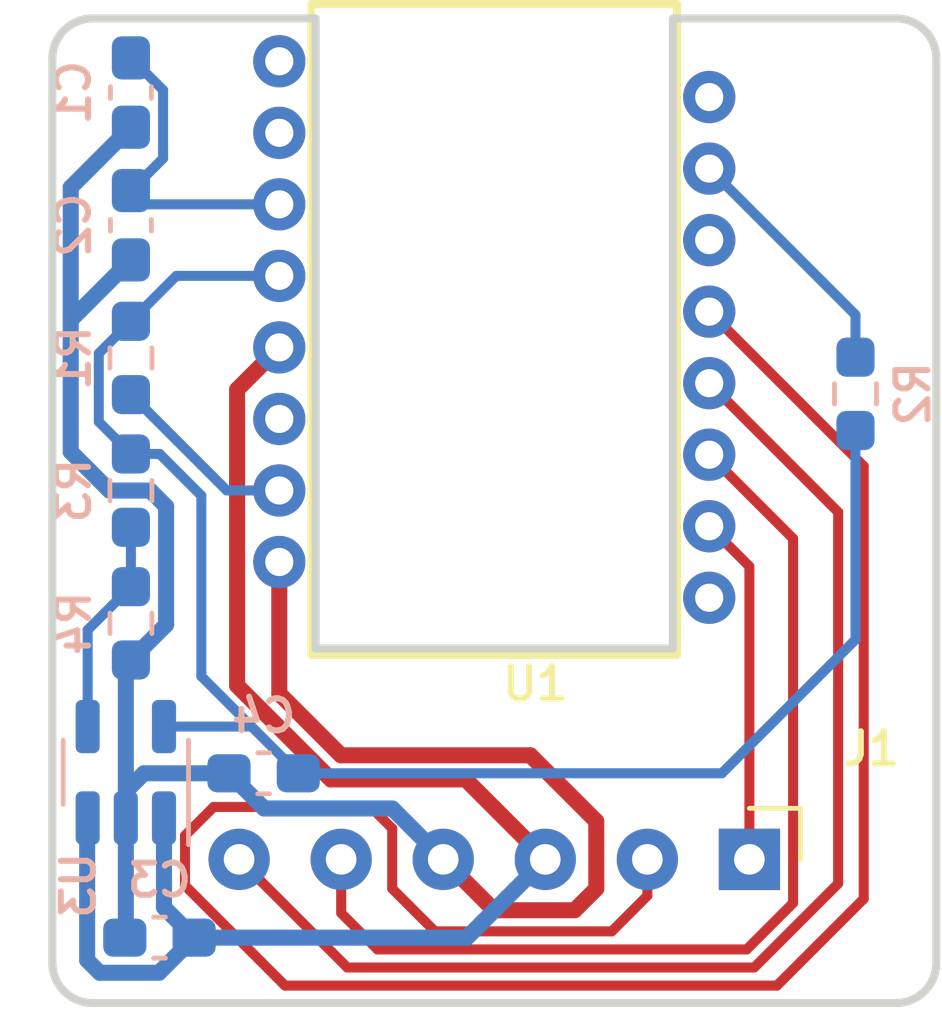
<source format=kicad_pcb>
(kicad_pcb (version 20221018) (generator pcbnew)
  (layers (0 "F.Cu" signal) (31 "B.Cu" signal) (34 "B.Paste" user) (35 "F.Paste" user) (36 "B.SilkS" user "B.Silkscreen") (37 "F.SilkS" user "F.Silkscreen") (38 "B.Mask" user) (39 "F.Mask" user) (44 "Edge.Cuts" user))
  (net 0 "")
  (net 1 "Net-(U1-VDDPIX)")
  (net 2 "GND")
  (net 3 "VCC")
  (net 4 "VDD")
  (net 5 "SCLK")
  (net 6 "NCS")
  (net 7 "MOSI")
  (net 8 "MISO")
  (net 9 "Net-(U1-~{RESET})")
  (net 10 "Net-(U1-LED_P)")
  (net 12 "Net-(U3-FB)")
  (footprint "tsuburin-keyboard:keyball_trackball_header_slave" (layer "F.Cu") (at 43.59 62.995)
    (fp_text reference "J1" (at 13.4 -1.17) (layer "F.SilkS") (effects (font (size 0.8 0.8))))
    (fp_text value "trackball-header-slave")
    (fp_line (start 10.36 0.31) (end 11.63 0.31) (stroke (width 0.12)) (layer "F.SilkS"))
    (fp_line (start 11.63 0.31) (end 11.63 1.58) (stroke (width 0.12)) (layer "F.SilkS"))
    (pad "1" thru_hole rect (at 10.36 1.58 270) (size 1.524 1.524) (drill 0.762) (layers "*.Cu" "*.Mask") (net 5 "SCLK"))
    (pad "2" thru_hole circle (at 7.82 1.58 270) (size 1.524 1.524) (drill 0.762) (layers "*.Cu" "*.Mask") (net 6 "NCS"))
    (pad "3" thru_hole circle (at 5.28 1.58 270) (size 1.524 1.524) (drill 0.762) (layers "*.Cu" "*.Mask") (net 3 "VCC"))
    (pad "4" thru_hole circle (at 2.74 1.58 270) (size 1.524 1.524) (drill 0.762) (layers "*.Cu" "*.Mask") (net 2 "GND"))
    (pad "5" thru_hole circle (at 0.2 1.58 270) (size 1.524 1.524) (drill 0.762) (layers "*.Cu" "*.Mask") (net 7 "MOSI"))
    (pad "6" thru_hole circle (at -2.34 1.58 270) (size 1.524 1.524) (drill 0.762) (layers "*.Cu" "*.Mask") (net 8 "MISO"))
  )
  (footprint "tsuburin-keyboard:PMW3360" (layer "F.Cu") (at 47.6 51.39)
    (fp_text reference "U1" (at 1.02 8.82) (layer "F.SilkS") (effects (font (size 0.8 0.8))))
    (fp_text value "PMW3360DM-T2QU")
    (fp_line (start -4.55 -8.1) (end -4.55 8.1) (stroke (width 0.2)) (layer "F.SilkS"))
    (fp_line (start -4.55 8.1) (end 4.55 8.1) (stroke (width 0.2)) (layer "F.SilkS"))
    (fp_line (start 4.55 -8.1) (end -4.55 -8.1) (stroke (width 0.2)) (layer "F.SilkS"))
    (fp_line (start 4.55 8.1) (end 4.55 -8.1) (stroke (width 0.2)) (layer "F.SilkS"))
    (pad "1" thru_hole circle (at -5.35 -6.675) (size 1.3 1.3) (drill 0.7) (layers "*.Cu" "*.Mask"))
    (pad "2" thru_hole circle (at -5.35 -4.895) (size 1.3 1.3) (drill 0.7) (layers "*.Cu" "*.Mask"))
    (pad "3" thru_hole circle (at -5.35 -3.115) (size 1.3 1.3) (drill 0.7) (layers "*.Cu" "*.Mask") (net 1 "Net-(U1-VDDPIX)"))
    (pad "4" thru_hole circle (at -5.35 -1.335) (size 1.3 1.3) (drill 0.7) (layers "*.Cu" "*.Mask") (net 4 "VDD"))
    (pad "5" thru_hole circle (at -5.35 0.445) (size 1.3 1.3) (drill 0.7) (layers "*.Cu" "*.Mask") (net 3 "VCC"))
    (pad "6" thru_hole circle (at -5.35 2.225) (size 1.3 1.3) (drill 0.7) (layers "*.Cu" "*.Mask"))
    (pad "7" thru_hole circle (at -5.35 4.005) (size 1.3 1.3) (drill 0.7) (layers "*.Cu" "*.Mask") (net 9 "Net-(U1-~{RESET})"))
    (pad "8" thru_hole circle (at -5.35 5.785) (size 1.3 1.3) (drill 0.7) (layers "*.Cu" "*.Mask") (net 2 "GND"))
    (pad "9" thru_hole circle (at 5.35 6.675) (size 1.3 1.3) (drill 0.7) (layers "*.Cu" "*.Mask"))
    (pad "10" thru_hole circle (at 5.35 4.895) (size 1.3 1.3) (drill 0.7) (layers "*.Cu" "*.Mask") (net 5 "SCLK"))
    (pad "11" thru_hole circle (at 5.35 3.115) (size 1.3 1.3) (drill 0.7) (layers "*.Cu" "*.Mask") (net 7 "MOSI"))
    (pad "12" thru_hole circle (at 5.35 1.335) (size 1.3 1.3) (drill 0.7) (layers "*.Cu" "*.Mask") (net 8 "MISO"))
    (pad "13" thru_hole circle (at 5.35 -0.445) (size 1.3 1.3) (drill 0.7) (layers "*.Cu" "*.Mask") (net 6 "NCS"))
    (pad "14" thru_hole circle (at 5.35 -2.225) (size 1.3 1.3) (drill 0.7) (layers "*.Cu" "*.Mask"))
    (pad "15" thru_hole circle (at 5.35 -4.005) (size 1.3 1.3) (drill 0.7) (layers "*.Cu" "*.Mask") (net 10 "Net-(U1-LED_P)"))
    (pad "16" thru_hole circle (at 5.35 -5.785) (size 1.3 1.3) (drill 0.7) (layers "*.Cu" "*.Mask"))
  )
  (footprint "Capacitor_SMD:C_0603_1608Metric_Pad1.08x0.95mm_HandSolder" (layer "B.Cu") (at 38.5572 48.7953 -90)
    (fp_text reference "C2" (at 0 1.43 90) (layer "B.SilkS") (effects (font (size 0.8 0.8)) (justify mirror)))
    (fp_text value "4.7u")
    (fp_line (start -0.146267 -0.51) (end 0.146267 -0.51) (stroke (width 0.12)) (layer "B.SilkS"))
    (fp_line (start -0.146267 0.51) (end 0.146267 0.51) (stroke (width 0.12)) (layer "B.SilkS"))
    (pad "1" smd roundrect (at -0.8625 0 270) (size 1.075 0.95) (layers "B.Cu" "B.Paste" "B.Mask") (net 1 "Net-(U1-VDDPIX)"))
    (pad "2" smd roundrect (at 0.8625 0 270) (size 1.075 0.95) (layers "B.Cu" "B.Paste" "B.Mask") (net 2 "GND"))
  )
  (footprint "Resistor_SMD:R_0603_1608Metric_Pad0.98x0.95mm_HandSolder" (layer "B.Cu") (at 38.5572 58.7013 -90)
    (fp_text reference "R4" (at 0 1.43 90) (layer "B.SilkS") (effects (font (size 0.8 0.8)) (justify mirror)))
    (fp_text value "2k")
    (fp_line (start -0.254724 -0.5225) (end 0.254724 -0.5225) (stroke (width 0.12)) (layer "B.SilkS"))
    (fp_line (start -0.254724 0.5225) (end 0.254724 0.5225) (stroke (width 0.12)) (layer "B.SilkS"))
    (pad "1" smd roundrect (at -0.9125 0 270) (size 0.975 0.95) (layers "B.Cu" "B.Paste" "B.Mask") (net 12 "Net-(U3-FB)"))
    (pad "2" smd roundrect (at 0.9125 0 270) (size 0.975 0.95) (layers "B.Cu" "B.Paste" "B.Mask") (net 2 "GND"))
  )
  (footprint "Capacitor_SMD:C_0603_1608Metric_Pad1.08x0.95mm_HandSolder" (layer "B.Cu") (at 41.8603 62.4332 180)
    (fp_text reference "C4" (at 0 1.43) (layer "B.SilkS") (effects (font (size 0.8 0.8)) (justify mirror)))
    (fp_text value "1u")
    (fp_line (start -0.146267 -0.51) (end 0.146267 -0.51) (stroke (width 0.12)) (layer "B.SilkS"))
    (fp_line (start -0.146267 0.51) (end 0.146267 0.51) (stroke (width 0.12)) (layer "B.SilkS"))
    (pad "1" smd roundrect (at -0.8625 0 180) (size 1.075 0.95) (layers "B.Cu" "B.Paste" "B.Mask") (net 4 "VDD"))
    (pad "2" smd roundrect (at 0.8625 0 180) (size 1.075 0.95) (layers "B.Cu" "B.Paste" "B.Mask") (net 2 "GND"))
  )
  (footprint "Resistor_SMD:R_0603_1608Metric_Pad0.98x0.95mm_HandSolder" (layer "B.Cu") (at 56.59 52.99 90)
    (fp_text reference "R2" (at 0 1.43 90) (layer "B.SilkS") (effects (font (size 0.8 0.8)) (justify mirror)))
    (fp_text value "39")
    (fp_line (start -0.254724 -0.5225) (end 0.254724 -0.5225) (stroke (width 0.12)) (layer "B.SilkS"))
    (fp_line (start -0.254724 0.5225) (end 0.254724 0.5225) (stroke (width 0.12)) (layer "B.SilkS"))
    (pad "1" smd roundrect (at -0.9125 0 90) (size 0.975 0.95) (layers "B.Cu" "B.Paste" "B.Mask") (net 4 "VDD"))
    (pad "2" smd roundrect (at 0.9125 0 90) (size 0.975 0.95) (layers "B.Cu" "B.Paste" "B.Mask") (net 10 "Net-(U1-LED_P)"))
  )
  (footprint "Package_TO_SOT_SMD:SOT-23-5" (layer "B.Cu") (at 38.4302 62.4078 90)
    (fp_text reference "U3" (at -2.8122 -1.1802 90) (layer "B.SilkS") (effects (font (size 0.8 0.8)) (justify mirror)))
    (fp_text value "TPS74001SF5")
    (fp_line (start 0 -1.56) (end -0.8 -1.56) (stroke (width 0.12)) (layer "B.SilkS"))
    (fp_line (start 0 -1.56) (end 0.8 -1.56) (stroke (width 0.12)) (layer "B.SilkS"))
    (fp_line (start 0 1.56) (end -1.8 1.56) (stroke (width 0.12)) (layer "B.SilkS"))
    (fp_line (start 0 1.56) (end 0.8 1.56) (stroke (width 0.12)) (layer "B.SilkS"))
    (pad "1" smd roundrect (at -1.1375 0.95 90) (size 1.325 0.6) (layers "B.Cu" "B.Paste" "B.Mask") (net 3 "VCC"))
    (pad "2" smd roundrect (at -1.1375 0 90) (size 1.325 0.6) (layers "B.Cu" "B.Paste" "B.Mask") (net 2 "GND"))
    (pad "3" smd roundrect (at -1.1375 -0.95 90) (size 1.325 0.6) (layers "B.Cu" "B.Paste" "B.Mask") (net 3 "VCC"))
    (pad "4" smd roundrect (at 1.1375 -0.95 90) (size 1.325 0.6) (layers "B.Cu" "B.Paste" "B.Mask") (net 12 "Net-(U3-FB)"))
    (pad "5" smd roundrect (at 1.1375 0.95 90) (size 1.325 0.6) (layers "B.Cu" "B.Paste" "B.Mask") (net 4 "VDD"))
  )
  (footprint "Resistor_SMD:R_0603_1608Metric_Pad0.98x0.95mm_HandSolder" (layer "B.Cu") (at 38.5572 52.0973 -90)
    (fp_text reference "R1" (at 0 1.43 90) (layer "B.SilkS") (effects (font (size 0.8 0.8)) (justify mirror)))
    (fp_text value "10k")
    (fp_line (start -0.254724 -0.5225) (end 0.254724 -0.5225) (stroke (width 0.12)) (layer "B.SilkS"))
    (fp_line (start -0.254724 0.5225) (end 0.254724 0.5225) (stroke (width 0.12)) (layer "B.SilkS"))
    (pad "1" smd roundrect (at -0.9125 0 270) (size 0.975 0.95) (layers "B.Cu" "B.Paste" "B.Mask") (net 4 "VDD"))
    (pad "2" smd roundrect (at 0.9125 0 270) (size 0.975 0.95) (layers "B.Cu" "B.Paste" "B.Mask") (net 9 "Net-(U1-~{RESET})"))
  )
  (footprint "Capacitor_SMD:C_0603_1608Metric_Pad1.08x0.95mm_HandSolder" (layer "B.Cu") (at 39.2684 66.5226 180)
    (fp_text reference "C3" (at 0 1.43 -360) (layer "B.SilkS") (effects (font (size 0.8 0.8)) (justify mirror)))
    (fp_text value "10u")
    (fp_line (start -0.146267 -0.51) (end 0.146267 -0.51) (stroke (width 0.12)) (layer "B.SilkS"))
    (fp_line (start -0.146267 0.51) (end 0.146267 0.51) (stroke (width 0.12)) (layer "B.SilkS"))
    (pad "1" smd roundrect (at -0.8625 0 180) (size 1.075 0.95) (layers "B.Cu" "B.Paste" "B.Mask") (net 3 "VCC"))
    (pad "2" smd roundrect (at 0.8625 0 180) (size 1.075 0.95) (layers "B.Cu" "B.Paste" "B.Mask") (net 2 "GND"))
  )
  (footprint "Resistor_SMD:R_0603_1608Metric_Pad0.98x0.95mm_HandSolder" (layer "B.Cu") (at 38.5572 55.3993 -90)
    (fp_text reference "R3" (at 0 1.43 90) (layer "B.SilkS") (effects (font (size 0.8 0.8)) (justify mirror)))
    (fp_text value "1k")
    (fp_line (start -0.254724 -0.5225) (end 0.254724 -0.5225) (stroke (width 0.12)) (layer "B.SilkS"))
    (fp_line (start -0.254724 0.5225) (end 0.254724 0.5225) (stroke (width 0.12)) (layer "B.SilkS"))
    (pad "1" smd roundrect (at -0.9125 0 270) (size 0.975 0.95) (layers "B.Cu" "B.Paste" "B.Mask") (net 4 "VDD"))
    (pad "2" smd roundrect (at 0.9125 0 270) (size 0.975 0.95) (layers "B.Cu" "B.Paste" "B.Mask") (net 12 "Net-(U3-FB)"))
  )
  (footprint "Capacitor_SMD:C_0603_1608Metric_Pad1.08x0.95mm_HandSolder" (layer "B.Cu") (at 38.5572 45.4933 -90)
    (fp_text reference "C1" (at 0 1.43 90) (layer "B.SilkS") (effects (font (size 0.8 0.8)) (justify mirror)))
    (fp_text value "100n")
    (fp_line (start -0.146267 -0.51) (end 0.146267 -0.51) (stroke (width 0.12)) (layer "B.SilkS"))
    (fp_line (start -0.146267 0.51) (end 0.146267 0.51) (stroke (width 0.12)) (layer "B.SilkS"))
    (pad "1" smd roundrect (at -0.8625 0 270) (size 1.075 0.95) (layers "B.Cu" "B.Paste" "B.Mask") (net 1 "Net-(U1-VDDPIX)"))
    (pad "2" smd roundrect (at 0.8625 0 270) (size 1.075 0.95) (layers "B.Cu" "B.Paste" "B.Mask") (net 2 "GND"))
  )
  (gr_line (start 57.700237 43.654) (end 57.650986 43.650336) (stroke (width 0.2)) (layer "Edge.Cuts"))
  (gr_line (start 58.59044 44.501437) (end 58.582007 44.453106) (stroke (width 0.2)) (layer "Edge.Cuts"))
  (gr_line (start 57.984083 68.072988) (end 58.028683 68.053226) (stroke (width 0.2)) (layer "Edge.Cuts"))
  (gr_line (start 36.827864 44.015349) (end 36.797624 44.054168) (stroke (width 0.2)) (layer "Edge.Cuts"))
  (gr_line (start 36.930226 43.907806) (end 36.894293 43.942) (stroke (width 0.2)) (layer "Edge.Cuts"))
  (gr_line (start 37.357649 43.679266) (end 37.310565 43.692332) (stroke (width 0.2)) (layer "Edge.Cuts"))
  (gr_line (start 43.155001 43.649107) (end 37.6014 43.649107) (stroke (width 0.2)) (layer "Edge.Cuts"))
  (gr_line (start 36.797624 44.054168) (end 36.769412 44.094307) (stroke (width 0.2)) (layer "Edge.Cuts"))
  (gr_line (start 58.308507 43.942) (end 58.272574 43.907806) (stroke (width 0.2)) (layer "Edge.Cuts"))
  (gr_line (start 36.697282 44.221824) (end 36.67752 44.266424) (stroke (width 0.2)) (layer "Edge.Cuts"))
  (gr_line (start 36.644625 44.358272) (end 36.631559 44.405357) (stroke (width 0.2)) (layer "Edge.Cuts"))
  (gr_line (start 36.612359 67.296778) (end 36.620792 67.345109) (stroke (width 0.2)) (layer "Edge.Cuts"))
  (gr_line (start 58.196339 43.845331) (end 58.156201 43.817119) (stroke (width 0.2)) (layer "Edge.Cuts"))
  (gr_line (start 37.45373 43.660066) (end 37.405399 43.668499) (stroke (width 0.2)) (layer "Edge.Cuts"))
  (gr_line (start 37.264226 43.707664) (end 37.218717 43.725227) (stroke (width 0.2)) (layer "Edge.Cuts"))
  (gr_line (start 36.860099 43.977933) (end 36.827864 44.015349) (stroke (width 0.2)) (layer "Edge.Cuts"))
  (gr_line (start 57.650986 43.650336) (end 57.601399 43.649107) (stroke (width 0.2)) (layer "Edge.Cuts"))
  (gr_line (start 57.84515 43.679266) (end 57.797401 43.668499) (stroke (width 0.2)) (layer "Edge.Cuts"))
  (gr_line (start 58.459539 67.662532) (end 58.483593 67.619999) (stroke (width 0.2)) (layer "Edge.Cuts"))
  (gr_line (start 58.525279 67.531792) (end 58.542843 67.486282) (stroke (width 0.2)) (layer "Edge.Cuts"))
  (gr_line (start 36.602629 67.198695) (end 36.606293 67.247946) (stroke (width 0.2)) (layer "Edge.Cuts"))
  (gr_line (start 37.502562 43.654) (end 37.45373 43.660066) (stroke (width 0.2)) (layer "Edge.Cuts"))
  (gr_line (start 57.938573 68.090551) (end 57.984083 68.072988) (stroke (width 0.2)) (layer "Edge.Cuts"))
  (gr_line (start 58.582007 44.453106) (end 58.57124 44.405357) (stroke (width 0.2)) (layer "Edge.Cuts"))
  (gr_line (start 58.235158 43.875572) (end 58.196339 43.845331) (stroke (width 0.2)) (layer "Edge.Cuts"))
  (gr_line (start 57.84515 68.118949) (end 57.892235 68.105883) (stroke (width 0.2)) (layer "Edge.Cuts"))
  (gr_line (start 36.797624 67.744048) (end 36.827864 67.782866) (stroke (width 0.2)) (layer "Edge.Cuts"))
  (gr_line (start 36.743261 44.135683) (end 36.719206 44.178217) (stroke (width 0.2)) (layer "Edge.Cuts"))
  (gr_line (start 58.308507 67.856215) (end 58.342701 67.820283) (stroke (width 0.2)) (layer "Edge.Cuts"))
  (gr_line (start 36.67752 44.266424) (end 36.659957 44.311934) (stroke (width 0.2)) (layer "Edge.Cuts"))
  (gr_line (start 57.749069 68.138149) (end 57.797401 68.129716) (stroke (width 0.2)) (layer "Edge.Cuts"))
  (gr_line (start 58.57124 67.392859) (end 58.582007 67.345109) (stroke (width 0.2)) (layer "Edge.Cuts"))
  (gr_line (start 58.60017 44.59952) (end 58.596506 44.550269) (stroke (width 0.2)) (layer "Edge.Cuts"))
  (gr_line (start 37.006461 43.845331) (end 36.967642 43.875572) (stroke (width 0.2)) (layer "Edge.Cuts"))
  (gr_line (start 37.13051 68.031302) (end 37.174117 68.053226) (stroke (width 0.2)) (layer "Edge.Cuts"))
  (gr_line (start 36.67752 67.531792) (end 36.697282 67.576391) (stroke (width 0.2)) (layer "Edge.Cuts"))
  (gr_line (start 37.551813 43.650336) (end 37.502562 43.654) (stroke (width 0.2)) (layer "Edge.Cuts"))
  (gr_line (start 57.601399 68.149108) (end 57.650986 68.147879) (stroke (width 0.2)) (layer "Edge.Cuts"))
  (gr_line (start 36.6014 44.649107) (end 36.6014 67.149108) (stroke (width 0.2)) (layer "Edge.Cuts"))
  (gr_line (start 36.894293 67.856215) (end 36.930226 67.89041) (stroke (width 0.2)) (layer "Edge.Cuts"))
  (gr_line (start 37.046599 43.817119) (end 37.006461 43.845331) (stroke (width 0.2)) (layer "Edge.Cuts"))
  (gr_line (start 37.357649 68.118949) (end 37.405399 68.129716) (stroke (width 0.2)) (layer "Edge.Cuts"))
  (gr_line (start 58.601399 67.149108) (end 58.601399 44.649108) (stroke (width 0.2)) (layer "Edge.Cuts"))
  (gr_line (start 58.028683 68.053226) (end 58.07229 68.031302) (stroke (width 0.2)) (layer "Edge.Cuts"))
  (gr_line (start 58.558174 67.439943) (end 58.57124 67.392859) (stroke (width 0.2)) (layer "Edge.Cuts"))
  (gr_line (start 43.155 43.649107) (end 43.155 59.327508) (stroke (width 0.2)) (layer "Edge.Cuts"))
  (gr_line (start 37.087976 43.790968) (end 37.046599 43.817119) (stroke (width 0.2)) (layer "Edge.Cuts"))
  (gr_line (start 36.894293 43.942) (end 36.860099 43.977933) (stroke (width 0.2)) (layer "Edge.Cuts"))
  (gr_line (start 36.967642 43.875572) (end 36.930226 43.907806) (stroke (width 0.2)) (layer "Edge.Cuts"))
  (gr_line (start 37.6014 68.149108) (end 57.601399 68.149108) (stroke (width 0.2)) (layer "Edge.Cuts"))
  (gr_line (start 58.405176 44.054168) (end 58.374935 44.015349) (stroke (width 0.2)) (layer "Edge.Cuts"))
  (gr_line (start 57.797401 43.668499) (end 57.749069 43.660066) (stroke (width 0.2)) (layer "Edge.Cuts"))
  (gr_line (start 36.967642 67.922644) (end 37.006461 67.952884) (stroke (width 0.2)) (layer "Edge.Cuts"))
  (gr_line (start 37.6014 43.649107) (end 37.551813 43.650336) (stroke (width 0.2)) (layer "Edge.Cuts"))
  (gr_line (start 58.459539 44.135683) (end 58.433388 44.094307) (stroke (width 0.2)) (layer "Edge.Cuts"))
  (gr_line (start 37.006461 67.952884) (end 37.046599 67.981097) (stroke (width 0.2)) (layer "Edge.Cuts"))
  (gr_line (start 58.601399 44.649107) (end 58.60017 44.59952) (stroke (width 0.2)) (layer "Edge.Cuts"))
  (gr_line (start 58.114824 68.007247) (end 58.156201 67.981097) (stroke (width 0.2)) (layer "Edge.Cuts"))
  (gr_line (start 58.028683 43.744989) (end 57.984083 43.725227) (stroke (width 0.2)) (layer "Edge.Cuts"))
  (gr_line (start 36.697282 67.576391) (end 36.719206 67.619999) (stroke (width 0.2)) (layer "Edge.Cuts"))
  (gr_line (start 57.601399 43.649107) (end 52.045001 43.649107) (stroke (width 0.2)) (layer "Edge.Cuts"))
  (gr_line (start 37.13051 43.766914) (end 37.087976 43.790968) (stroke (width 0.2)) (layer "Edge.Cuts"))
  (gr_line (start 58.342701 67.820283) (end 58.374935 67.782866) (stroke (width 0.2)) (layer "Edge.Cuts"))
  (gr_line (start 36.620792 67.345109) (end 36.631559 67.392859) (stroke (width 0.2)) (layer "Edge.Cuts"))
  (gr_line (start 58.433388 67.703909) (end 58.459539 67.662532) (stroke (width 0.2)) (layer "Edge.Cuts"))
  (gr_line (start 58.374935 44.015349) (end 58.342701 43.977933) (stroke (width 0.2)) (layer "Edge.Cuts"))
  (gr_line (start 58.542843 44.311934) (end 58.525279 44.266424) (stroke (width 0.2)) (layer "Edge.Cuts"))
  (gr_line (start 57.797401 68.129716) (end 57.84515 68.118949) (stroke (width 0.2)) (layer "Edge.Cuts"))
  (gr_line (start 58.114824 43.790968) (end 58.07229 43.766914) (stroke (width 0.2)) (layer "Edge.Cuts"))
  (gr_line (start 37.174117 43.744989) (end 37.13051 43.766914) (stroke (width 0.2)) (layer "Edge.Cuts"))
  (gr_line (start 36.743261 67.662532) (end 36.769412 67.703909) (stroke (width 0.2)) (layer "Edge.Cuts"))
  (gr_line (start 37.087976 68.007247) (end 37.13051 68.031302) (stroke (width 0.2)) (layer "Edge.Cuts"))
  (gr_line (start 37.218717 68.072988) (end 37.264226 68.090551) (stroke (width 0.2)) (layer "Edge.Cuts"))
  (gr_line (start 58.542843 67.486282) (end 58.558174 67.439943) (stroke (width 0.2)) (layer "Edge.Cuts"))
  (gr_line (start 58.60017 67.198695) (end 58.601399 67.149108) (stroke (width 0.2)) (layer "Edge.Cuts"))
  (gr_line (start 58.582007 67.345109) (end 58.59044 67.296778) (stroke (width 0.2)) (layer "Edge.Cuts"))
  (gr_line (start 37.405399 43.668499) (end 37.357649 43.679266) (stroke (width 0.2)) (layer "Edge.Cuts"))
  (gr_line (start 43.155 59.327508) (end 52.045001 59.327508) (stroke (width 0.2)) (layer "Edge.Cuts"))
  (gr_line (start 36.606293 44.550269) (end 36.602629 44.59952) (stroke (width 0.2)) (layer "Edge.Cuts"))
  (gr_line (start 58.156201 43.817119) (end 58.114824 43.790968) (stroke (width 0.2)) (layer "Edge.Cuts"))
  (gr_line (start 58.483593 67.619999) (end 58.505518 67.576391) (stroke (width 0.2)) (layer "Edge.Cuts"))
  (gr_line (start 57.892235 68.105883) (end 57.938573 68.090551) (stroke (width 0.2)) (layer "Edge.Cuts"))
  (gr_line (start 37.218717 43.725227) (end 37.174117 43.744989) (stroke (width 0.2)) (layer "Edge.Cuts"))
  (gr_line (start 36.644625 67.439943) (end 36.659957 67.486282) (stroke (width 0.2)) (layer "Edge.Cuts"))
  (gr_line (start 58.405176 67.744048) (end 58.433388 67.703909) (stroke (width 0.2)) (layer "Edge.Cuts"))
  (gr_line (start 58.505518 67.576391) (end 58.525279 67.531792) (stroke (width 0.2)) (layer "Edge.Cuts"))
  (gr_line (start 57.892235 43.692332) (end 57.84515 43.679266) (stroke (width 0.2)) (layer "Edge.Cuts"))
  (gr_line (start 52.045001 59.327508) (end 52.045001 43.649107) (stroke (width 0.2)) (layer "Edge.Cuts"))
  (gr_line (start 57.650986 68.147879) (end 57.700237 68.144214) (stroke (width 0.2)) (layer "Edge.Cuts"))
  (gr_line (start 58.596506 67.247946) (end 58.60017 67.198695) (stroke (width 0.2)) (layer "Edge.Cuts"))
  (gr_line (start 58.505518 44.221824) (end 58.483593 44.178217) (stroke (width 0.2)) (layer "Edge.Cuts"))
  (gr_line (start 37.405399 68.129716) (end 37.45373 68.138149) (stroke (width 0.2)) (layer "Edge.Cuts"))
  (gr_line (start 58.07229 68.031302) (end 58.114824 68.007247) (stroke (width 0.2)) (layer "Edge.Cuts"))
  (gr_line (start 36.769412 67.703909) (end 36.797624 67.744048) (stroke (width 0.2)) (layer "Edge.Cuts"))
  (gr_line (start 58.483593 44.178217) (end 58.459539 44.135683) (stroke (width 0.2)) (layer "Edge.Cuts"))
  (gr_line (start 57.938573 43.707664) (end 57.892235 43.692332) (stroke (width 0.2)) (layer "Edge.Cuts"))
  (gr_line (start 36.930226 67.89041) (end 36.967642 67.922644) (stroke (width 0.2)) (layer "Edge.Cuts"))
  (gr_line (start 58.07229 43.766914) (end 58.028683 43.744989) (stroke (width 0.2)) (layer "Edge.Cuts"))
  (gr_line (start 36.769412 44.094307) (end 36.743261 44.135683) (stroke (width 0.2)) (layer "Edge.Cuts"))
  (gr_line (start 37.264226 68.090551) (end 37.310565 68.105883) (stroke (width 0.2)) (layer "Edge.Cuts"))
  (gr_line (start 58.558174 44.358272) (end 58.542843 44.311934) (stroke (width 0.2)) (layer "Edge.Cuts"))
  (gr_line (start 58.272574 67.89041) (end 58.308507 67.856215) (stroke (width 0.2)) (layer "Edge.Cuts"))
  (gr_line (start 58.59044 67.296778) (end 58.596506 67.247946) (stroke (width 0.2)) (layer "Edge.Cuts"))
  (gr_line (start 58.57124 44.405357) (end 58.558174 44.358272) (stroke (width 0.2)) (layer "Edge.Cuts"))
  (gr_line (start 36.659957 44.311934) (end 36.644625 44.358272) (stroke (width 0.2)) (layer "Edge.Cuts"))
  (gr_line (start 36.6014 67.149108) (end 36.602629 67.198695) (stroke (width 0.2)) (layer "Edge.Cuts"))
  (gr_line (start 58.342701 43.977933) (end 58.308507 43.942) (stroke (width 0.2)) (layer "Edge.Cuts"))
  (gr_line (start 37.502562 68.144214) (end 37.551813 68.147879) (stroke (width 0.2)) (layer "Edge.Cuts"))
  (gr_line (start 36.659957 67.486282) (end 36.67752 67.531792) (stroke (width 0.2)) (layer "Edge.Cuts"))
  (gr_line (start 36.827864 67.782866) (end 36.860099 67.820283) (stroke (width 0.2)) (layer "Edge.Cuts"))
  (gr_line (start 36.631559 44.405357) (end 36.620792 44.453106) (stroke (width 0.2)) (layer "Edge.Cuts"))
  (gr_line (start 36.620792 44.453106) (end 36.612359 44.501437) (stroke (width 0.2)) (layer "Edge.Cuts"))
  (gr_line (start 58.156201 67.981097) (end 58.196339 67.952884) (stroke (width 0.2)) (layer "Edge.Cuts"))
  (gr_line (start 58.374935 67.782866) (end 58.405176 67.744048) (stroke (width 0.2)) (layer "Edge.Cuts"))
  (gr_line (start 37.551813 68.147879) (end 37.6014 68.149108) (stroke (width 0.2)) (layer "Edge.Cuts"))
  (gr_line (start 36.719206 67.619999) (end 36.743261 67.662532) (stroke (width 0.2)) (layer "Edge.Cuts"))
  (gr_line (start 36.860099 67.820283) (end 36.894293 67.856215) (stroke (width 0.2)) (layer "Edge.Cuts"))
  (gr_line (start 37.174117 68.053226) (end 37.218717 68.072988) (stroke (width 0.2)) (layer "Edge.Cuts"))
  (gr_line (start 57.984083 43.725227) (end 57.938573 43.707664) (stroke (width 0.2)) (layer "Edge.Cuts"))
  (gr_line (start 58.196339 67.952884) (end 58.235158 67.922644) (stroke (width 0.2)) (layer "Edge.Cuts"))
  (gr_line (start 36.719206 44.178217) (end 36.697282 44.221824) (stroke (width 0.2)) (layer "Edge.Cuts"))
  (gr_line (start 36.606293 67.247946) (end 36.612359 67.296778) (stroke (width 0.2)) (layer "Edge.Cuts"))
  (gr_line (start 58.235158 67.922644) (end 58.272574 67.89041) (stroke (width 0.2)) (layer "Edge.Cuts"))
  (gr_line (start 57.749069 43.660066) (end 57.700237 43.654) (stroke (width 0.2)) (layer "Edge.Cuts"))
  (gr_line (start 37.45373 68.138149) (end 37.502562 68.144214) (stroke (width 0.2)) (layer "Edge.Cuts"))
  (gr_line (start 36.602629 44.59952) (end 36.6014 44.649107) (stroke (width 0.2)) (layer "Edge.Cuts"))
  (gr_line (start 58.272574 43.907806) (end 58.235158 43.875572) (stroke (width 0.2)) (layer "Edge.Cuts"))
  (gr_line (start 37.310565 43.692332) (end 37.264226 43.707664) (stroke (width 0.2)) (layer "Edge.Cuts"))
  (gr_line (start 36.612359 44.501437) (end 36.606293 44.550269) (stroke (width 0.2)) (layer "Edge.Cuts"))
  (gr_line (start 36.631559 67.392859) (end 36.644625 67.439943) (stroke (width 0.2)) (layer "Edge.Cuts"))
  (gr_line (start 58.525279 44.266424) (end 58.505518 44.221824) (stroke (width 0.2)) (layer "Edge.Cuts"))
  (gr_line (start 58.596506 44.550269) (end 58.59044 44.501437) (stroke (width 0.2)) (layer "Edge.Cuts"))
  (gr_line (start 57.700237 68.144214) (end 57.749069 68.138149) (stroke (width 0.2)) (layer "Edge.Cuts"))
  (gr_line (start 58.433388 44.094307) (end 58.405176 44.054168) (stroke (width 0.2)) (layer "Edge.Cuts"))
  (gr_line (start 37.046599 67.981097) (end 37.087976 68.007247) (stroke (width 0.2)) (layer "Edge.Cuts"))
  (gr_line (start 37.310565 68.105883) (end 37.357649 68.118949) (stroke (width 0.2)) (layer "Edge.Cuts"))
  (segment (start 39.3572 47.1328) (end 38.5572 47.9328) (width 0.25) (layer "B.Cu") (net 1))
  (segment (start 42.25 48.275) (end 38.8994 48.275) (width 0.25) (layer "B.Cu") (net 1))
  (segment (start 39.3572 45.4308) (end 39.3572 47.1328) (width 0.25) (layer "B.Cu") (net 1))
  (segment (start 38.5572 44.6308) (end 39.3572 45.4308) (width 0.25) (layer "B.Cu") (net 1))
  (segment (start 38.8994 48.275) (end 38.5572 47.9328) (width 0.25) (layer "B.Cu") (net 1))
  (segment (start 48.4982 61.9856) (end 43.784128 61.9856) (width 0.4) (layer "F.Cu") (net 2))
  (segment (start 50.1396 65.3034) (end 50.1396 63.627) (width 0.4) (layer "F.Cu") (net 2))
  (segment (start 47.5964 65.8414) (end 49.6016 65.8414) (width 0.4) (layer "F.Cu") (net 2))
  (segment (start 42.25 60.451472) (end 42.25 57.175) (width 0.4) (layer "F.Cu") (net 2))
  (segment (start 50.1396 63.627) (end 48.4982 61.9856) (width 0.4) (layer "F.Cu") (net 2))
  (segment (start 43.784128 61.9856) (end 42.25 60.451472) (width 0.4) (layer "F.Cu") (net 2))
  (segment (start 46.33 64.575) (end 47.5964 65.8414) (width 0.4) (layer "F.Cu") (net 2))
  (segment (start 49.6016 65.8414) (end 50.1396 65.3034) (width 0.4) (layer "F.Cu") (net 2))
  (segment (start 37.0586 47.8544) (end 37.0586 51.1556) (width 0.4) (layer "B.Cu") (net 2))
  (segment (start 39.4322 55.7898) (end 39.0398 55.3974) (width 0.4) (layer "B.Cu") (net 2))
  (segment (start 37.0586 51.1556) (end 37.2872 50.927) (width 0.4) (layer "B.Cu") (net 2))
  (segment (start 38.4302 59.7408) (end 38.5572 59.6138) (width 0.4) (layer "B.Cu") (net 2))
  (segment (start 38.4302 63.5453) (end 38.4302 59.7408) (width 0.4) (layer "B.Cu") (net 2))
  (segment (start 39.0398 55.3974) (end 38.0238 55.3974) (width 0.4) (layer "B.Cu") (net 2))
  (segment (start 40.9978 62.4332) (end 38.879801 62.4332) (width 0.4) (layer "B.Cu") (net 2))
  (segment (start 38.5572 59.6138) (end 39.4322 58.7388) (width 0.4) (layer "B.Cu") (net 2))
  (segment (start 38.4302 66.4983) (end 38.4059 66.5226) (width 0.4) (layer "B.Cu") (net 2))
  (segment (start 38.0238 55.3974) (end 37.0586 54.4322) (width 0.4) (layer "B.Cu") (net 2))
  (segment (start 38.5572 46.3558) (end 37.0586 47.8544) (width 0.4) (layer "B.Cu") (net 2))
  (segment (start 38.4302 62.882801) (end 38.4302 63.5453) (width 0.4) (layer "B.Cu") (net 2))
  (segment (start 38.5564 49.6578) (end 37.2872 50.927) (width 0.4) (layer "B.Cu") (net 2))
  (segment (start 39.4322 58.7388) (end 39.4322 55.7898) (width 0.4) (layer "B.Cu") (net 2))
  (segment (start 41.8728 63.3082) (end 45.0632 63.3082) (width 0.4) (layer "B.Cu") (net 2))
  (segment (start 38.879801 62.4332) (end 38.4302 62.882801) (width 0.4) (layer "B.Cu") (net 2))
  (segment (start 38.4302 63.5453) (end 38.4302 66.4983) (width 0.4) (layer "B.Cu") (net 2))
  (segment (start 40.9978 62.4332) (end 41.8728 63.3082) (width 0.4) (layer "B.Cu") (net 2))
  (segment (start 37.0586 54.4322) (end 37.0586 51.1556) (width 0.4) (layer "B.Cu") (net 2))
  (segment (start 38.5572 49.6578) (end 38.5564 49.6578) (width 0.4) (layer "B.Cu") (net 2))
  (segment (start 45.0632 63.3082) (end 46.33 64.575) (width 0.4) (layer "B.Cu") (net 2))
  (segment (start 48.87 64.5672) (end 46.8884 62.5856) (width 0.4) (layer "F.Cu") (net 3))
  (segment (start 48.87 64.575) (end 48.87 64.5672) (width 0.4) (layer "F.Cu") (net 3))
  (segment (start 41.2 52.885) (end 42.25 51.835) (width 0.4) (layer "F.Cu") (net 3))
  (segment (start 41.2 60.25) (end 41.2 52.885) (width 0.4) (layer "F.Cu") (net 3))
  (segment (start 46.8884 62.5856) (end 43.5356 62.5856) (width 0.4) (layer "F.Cu") (net 3))
  (segment (start 43.5356 62.5856) (end 41.2 60.25) (width 0.4) (layer "F.Cu") (net 3))
  (segment (start 48.87 64.575) (end 46.9224 66.5226) (width 0.4) (layer "B.Cu") (net 3))
  (segment (start 40.1309 66.5226) (end 39.2559 67.3976) (width 0.4) (layer "B.Cu") (net 3))
  (segment (start 46.9224 66.5226) (end 40.1309 66.5226) (width 0.4) (layer "B.Cu") (net 3))
  (segment (start 37.4684 63.5571) (end 37.4802 63.5453) (width 0.4) (layer "B.Cu") (net 3))
  (segment (start 37.4684 67.0848) (end 37.4684 63.5571) (width 0.4) (layer "B.Cu") (net 3))
  (segment (start 39.3802 63.5453) (end 39.3802 65.7719) (width 0.4) (layer "B.Cu") (net 3))
  (segment (start 37.7812 67.3976) (end 37.4684 67.0848) (width 0.4) (layer "B.Cu") (net 3))
  (segment (start 39.3802 65.7719) (end 40.1309 66.5226) (width 0.4) (layer "B.Cu") (net 3))
  (segment (start 39.2559 67.3976) (end 37.7812 67.3976) (width 0.4) (layer "B.Cu") (net 3))
  (segment (start 37.7572 53.6868) (end 38.5572 54.4868) (width 0.25) (layer "B.Cu") (net 4))
  (segment (start 39.2722 54.4868) (end 40.3098 55.5244) (width 0.25) (layer "B.Cu") (net 4))
  (segment (start 39.3802 61.2703) (end 41.5599 61.2703) (width 0.25) (layer "B.Cu") (net 4))
  (segment (start 40.3098 55.5244) (end 40.3098 60.0202) (width 0.25) (layer "B.Cu") (net 4))
  (segment (start 56.59 59.107) (end 53.2638 62.4332) (width 0.25) (layer "B.Cu") (net 4))
  (segment (start 37.7572 51.9848) (end 37.7572 53.6868) (width 0.25) (layer "B.Cu") (net 4))
  (segment (start 38.5572 54.4868) (end 39.2722 54.4868) (width 0.25) (layer "B.Cu") (net 4))
  (segment (start 38.5572 51.1848) (end 37.7572 51.9848) (width 0.25) (layer "B.Cu") (net 4))
  (segment (start 41.5599 61.2703) (end 42.7228 62.4332) (width 0.25) (layer "B.Cu") (net 4))
  (segment (start 40.3098 60.0202) (end 41.5599 61.2703) (width 0.25) (layer "B.Cu") (net 4))
  (segment (start 42.7228 62.4332) (end 53.2638 62.4332) (width 0.25) (layer "B.Cu") (net 4))
  (segment (start 42.25 50.055) (end 39.687 50.055) (width 0.25) (layer "B.Cu") (net 4))
  (segment (start 56.59 53.9025) (end 56.59 59.107) (width 0.25) (layer "B.Cu") (net 4))
  (segment (start 39.687 50.055) (end 38.5572 51.1848) (width 0.25) (layer "B.Cu") (net 4))
  (segment (start 52.95 56.285) (end 53.95 57.285) (width 0.25) (layer "F.Cu") (net 5))
  (segment (start 53.95 57.285) (end 53.95 64.575) (width 0.25) (layer "F.Cu") (net 5))
  (segment (start 56.7944 54.7894) (end 52.95 50.945) (width 0.25) (layer "F.Cu") (net 6))
  (segment (start 50.5244 66.3664) (end 46.1226 66.3664) (width 0.25) (layer "F.Cu") (net 6))
  (segment (start 56.7944 65.5574) (end 56.7944 54.7894) (width 0.25) (layer "F.Cu") (net 6))
  (segment (start 39.9034 63.9826) (end 39.9034 65.2272) (width 0.25) (layer "F.Cu") (net 6))
  (segment (start 44.5262 63.2714) (end 40.6146 63.2714) (width 0.25) (layer "F.Cu") (net 6))
  (segment (start 51.41 64.575) (end 51.41 65.4808) (width 0.25) (layer "F.Cu") (net 6))
  (segment (start 42.3926 67.7164) (end 54.6354 67.7164) (width 0.25) (layer "F.Cu") (net 6))
  (segment (start 54.6354 67.7164) (end 56.7944 65.5574) (width 0.25) (layer "F.Cu") (net 6))
  (segment (start 40.6146 63.2714) (end 39.9034 63.9826) (width 0.25) (layer "F.Cu") (net 6))
  (segment (start 39.9034 65.2272) (end 42.3926 67.7164) (width 0.25) (layer "F.Cu") (net 6))
  (segment (start 45.0596 65.3034) (end 45.0596 63.8048) (width 0.25) (layer "F.Cu") (net 6))
  (segment (start 45.0596 63.8048) (end 44.5262 63.2714) (width 0.25) (layer "F.Cu") (net 6))
  (segment (start 51.41 65.4808) (end 50.5244 66.3664) (width 0.25) (layer "F.Cu") (net 6))
  (segment (start 46.1226 66.3664) (end 45.0596 65.3034) (width 0.25) (layer "F.Cu") (net 6))
  (segment (start 44.693 66.8164) (end 43.79 65.9134) (width 0.25) (layer "F.Cu") (net 7))
  (segment (start 55.037 56.592) (end 55.037 65.662) (width 0.25) (layer "F.Cu") (net 7))
  (segment (start 55.037 65.662) (end 53.8826 66.8164) (width 0.25) (layer "F.Cu") (net 7))
  (segment (start 52.95 54.505) (end 55.037 56.592) (width 0.25) (layer "F.Cu") (net 7))
  (segment (start 53.8826 66.8164) (end 44.693 66.8164) (width 0.25) (layer "F.Cu") (net 7))
  (segment (start 43.79 65.9134) (end 43.79 64.575) (width 0.25) (layer "F.Cu") (net 7))
  (segment (start 56.1594 55.9344) (end 52.95 52.725) (width 0.25) (layer "F.Cu") (net 8))
  (segment (start 43.9414 67.2664) (end 54.068996 67.2664) (width 0.25) (layer "F.Cu") (net 8))
  (segment (start 41.25 64.575) (end 43.9414 67.2664) (width 0.25) (layer "F.Cu") (net 8))
  (segment (start 56.1594 65.175996) (end 56.1594 55.9344) (width 0.25) (layer "F.Cu") (net 8))
  (segment (start 54.068996 67.2664) (end 56.1594 65.175996) (width 0.25) (layer "F.Cu") (net 8))
  (segment (start 38.5572 53.0098) (end 40.9424 55.395) (width 0.25) (layer "B.Cu") (net 9))
  (segment (start 40.9424 55.395) (end 42.25 55.395) (width 0.25) (layer "B.Cu") (net 9))
  (segment (start 56.59 52.0775) (end 56.59 51.025) (width 0.25) (layer "B.Cu") (net 10))
  (segment (start 52.9621 47.3729) (end 52.95 47.385) (width 0.25) (layer "B.Cu") (net 10))
  (segment (start 56.59 51.025) (end 52.95 47.385) (width 0.25) (layer "B.Cu") (net 10))
  (segment (start 37.4802 61.2703) (end 37.4802 58.8658) (width 0.25) (layer "B.Cu") (net 12))
  (segment (start 38.5572 57.7888) (end 38.5572 56.3118) (width 0.25) (layer "B.Cu") (net 12))
  (segment (start 37.4802 58.8658) (end 38.5572 57.7888) (width 0.25) (layer "B.Cu") (net 12))
)
</source>
